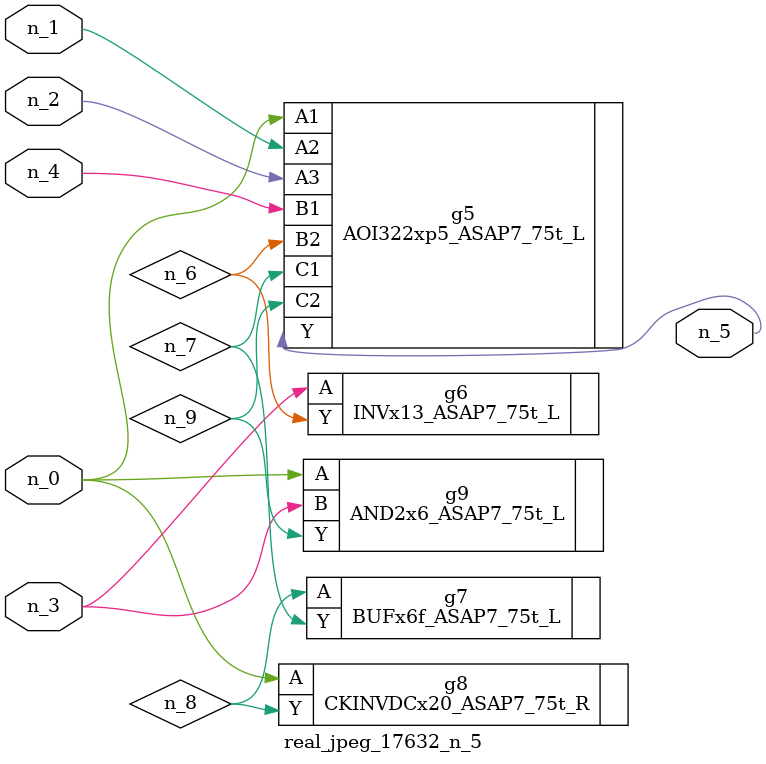
<source format=v>
module real_jpeg_17632_n_5 (n_4, n_0, n_1, n_2, n_3, n_5);

input n_4;
input n_0;
input n_1;
input n_2;
input n_3;

output n_5;

wire n_8;
wire n_6;
wire n_7;
wire n_9;

AOI322xp5_ASAP7_75t_L g5 ( 
.A1(n_0),
.A2(n_1),
.A3(n_2),
.B1(n_4),
.B2(n_6),
.C1(n_7),
.C2(n_9),
.Y(n_5)
);

CKINVDCx20_ASAP7_75t_R g8 ( 
.A(n_0),
.Y(n_8)
);

AND2x6_ASAP7_75t_L g9 ( 
.A(n_0),
.B(n_3),
.Y(n_9)
);

INVx13_ASAP7_75t_L g6 ( 
.A(n_3),
.Y(n_6)
);

BUFx6f_ASAP7_75t_L g7 ( 
.A(n_8),
.Y(n_7)
);


endmodule
</source>
